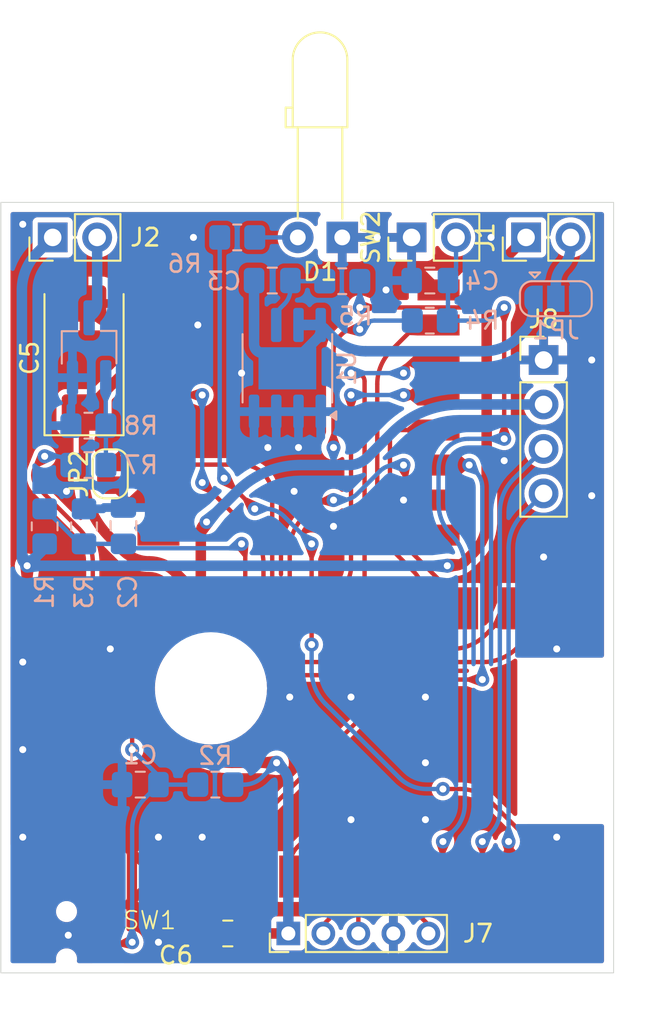
<source format=kicad_pcb>
(kicad_pcb (version 20240108) (generator "pcbnew") (generator_version "8.0")
  (layers (0 "F.Cu" signal) (31 "B.Cu" signal) (34 "B.Paste" user) (35 "F.Paste" user) (36 "B.SilkS" user "B.Silkscreen") (37 "F.SilkS" user "F.Silkscreen") (38 "B.Mask" user) (39 "F.Mask" user) (44 "Edge.Cuts" user))
  (net 0 "")
  (net 1 "/ADC_BATT")
  (net 2 "GND")
  (net 3 "-BATT")
  (net 4 "Net-(U1-VDD)")
  (net 5 "/DIO1")
  (net 6 "/MOSI")
  (net 7 "+BATT")
  (net 8 "/MISO")
  (net 9 "/RST")
  (net 10 "/SCK")
  (net 11 "/CS")
  (net 12 "/BUSY")
  (net 13 "+3.3V")
  (net 14 "/BTN_RST")
  (net 15 "/SCL")
  (net 16 "/BTN_USR")
  (net 17 "Net-(D1-A)")
  (net 18 "/SDA")
  (net 19 "/GPS_RX")
  (net 20 "Net-(JP1-A)")
  (net 21 "/LED_USR")
  (net 22 "Net-(T1-G)")
  (net 23 "/DIO2")
  (net 24 "/TXEN")
  (net 25 "/GPS_EN")
  (net 26 "/GPS_TX")
  (net 27 "/OUT_EXT")
  (net 28 "Net-(J2-Pin_2)")
  (net 29 "/RXEN")
  (footprint "SlotRa:SMD_Pad_Row_P2.54_13x1" (layer "F.Cu") (at 227.74 133.683331 -90)
    (property "Reference" "J3" (hide yes))
    (property "Value" "ControllerL")
  )
  (footprint "LED_THT:LED_D3.0mm_Horizontal_O6.35mm_Z10.0mm" (layer "F.Cu") (at 215.5 112.5 180)
    (property "Reference" "D1")
    (property "Value" "LED_White")
  )
  (footprint "Capacitor_SMD:C_0805_2012Metric_Pad1.18x1.45mm_HandSolder" (layer "F.Cu") (at 208.9625 152.25)
    (property "Reference" "C6")
    (property "Value" "100nF")
  )
  (footprint "Connector_PinHeader_2.54mm:PinHeader_1x04_P2.54mm_Vertical" (layer "F.Cu") (at 227 119.5)
    (property "Reference" "J8")
    (property "Value" "Conn_I2C")
  )
  (footprint "SlotRa:SMD_Pad_Row_P2.54_13x1" (layer "F.Cu") (at 227.74 149 -90)
    (property "Reference" "J5" (hide yes))
    (property "Value" "ControllerR")
  )
  (footprint "SlotRa:SMD_Pad_Row_P2.00_8x1_longer" (layer "F.Cu") (at 205 115.5)
    (property "Reference" "J4" (hide yes))
    (property "Value" "ModemL")
  )
  (footprint "SlotRa:KLS7-TS6335" (layer "F.Cu") (at 199.75 152.35)
    (property "Reference" "SW1")
    (property "Value" "ButRst")
  )
  (footprint "Capacitor_Tantalum_SMD:CP_EIA-7343-31_Kemet-D" (layer "F.Cu") (at 200.75 119.3875 90)
    (property "Reference" "C5")
    (property "Value" "100u 6.3V")
  )
  (footprint "Connector_PinHeader_2.54mm:PinHeader_1x02_P2.54mm_Vertical" (layer "F.Cu") (at 219.46 112.5 90)
    (property "Reference" "SW2")
    (property "Value" "ButUsr")
  )
  (footprint "Connector_PinHeader_2.00mm:PinHeader_1x05_P2.00mm_Vertical" (layer "F.Cu") (at 212.420001 152.25 90)
    (property "Reference" "J7")
    (property "Value" "Conn_GPS")
  )
  (footprint "Jumper:SolderJumper-2_P1.3mm_Open_RoundedPad1.0x1.5mm" (layer "F.Cu") (at 202.25 126 90)
    (property "Reference" "JP2")
    (property "Value" "JP-TX-DIO2")
  )
  (footprint "Connector_PinHeader_2.54mm:PinHeader_1x02_P2.54mm_Vertical" (layer "F.Cu") (at 226 112.5 90)
    (property "Reference" "J1")
    (property "Value" "PinsBatt")
  )
  (footprint "SlotRa:SMD_Pad_Row_P2.00_8x1" (layer "F.Cu") (at 221 115.5)
    (property "Reference" "J6" (hide yes))
    (property "Value" "ModemR")
  )
  (footprint "SlotRa:MountingHole_5.3mm_M5" (layer "F.Cu") (at 208 138.25)
    (property "Reference" "REF**" (hide yes))
    (property "Value" "MountingHole_5.3mm_M5" (hide yes))
  )
  (footprint "Connector_PinHeader_2.54mm:PinHeader_1x02_P2.54mm_Vertical" (layer "F.Cu") (at 198.96 112.499999 90)
    (property "Reference" "J2")
    (property "Value" "Conn_Out_Ext")
  )
  (footprint "Package_SO:SOIC-8-1EP_3.9x4.9mm_P1.27mm_EP2.41x3.3mm" (layer "B.Cu") (at 212.365 119.975 90)
    (property "Reference" "U1")
    (property "Value" "XB8089D0")
  )
  (footprint "Capacitor_SMD:C_0805_2012Metric_Pad1.18x1.45mm_HandSolder" (layer "B.Cu") (at 211.5 114.9625)
    (property "Reference" "C3")
    (property "Value" "100nF")
  )
  (footprint "Resistor_SMD:R_0805_2012Metric_Pad1.20x1.40mm_HandSolder" (layer "B.Cu") (at 220.5 117.25 180)
    (property "Reference" "R4")
    (property "Value" "10k")
  )
  (footprint "Capacitor_SMD:C_0805_2012Metric_Pad1.18x1.45mm_HandSolder" (layer "B.Cu") (at 203 128.9625 90)
    (property "Reference" "C2")
    (property "Value" "100nF")
  )
  (footprint "Resistor_SMD:R_0805_2012Metric_Pad1.20x1.40mm_HandSolder" (layer "B.Cu") (at 201 123.25)
    (property "Reference" "R8")
    (property "Value" "10k")
  )
  (footprint "Resistor_SMD:R_0805_2012Metric_Pad1.20x1.40mm_HandSolder" (layer "B.Cu") (at 201 125.5 180)
    (property "Reference" "R7")
    (property "Value" "100")
  )
  (footprint "Resistor_SMD:R_0805_2012Metric_Pad1.20x1.40mm_HandSolder" (layer "B.Cu") (at 209.5 112.5)
    (property "Reference" "R6")
    (property "Value" "270")
  )
  (footprint "Capacitor_SMD:C_0805_2012Metric_Pad1.18x1.45mm_HandSolder" (layer "B.Cu") (at 220.5 114.9625)
    (property "Reference" "C4")
    (property "Value" "100nF")
  )
  (footprint "Resistor_SMD:R_0805_2012Metric_Pad1.20x1.40mm_HandSolder" (layer "B.Cu") (at 198.5 129 90)
    (property "Reference" "R1")
    (property "Value" "1M")
  )
  (footprint "Resistor_SMD:R_0805_2012Metric_Pad1.20x1.40mm_HandSolder" (layer "B.Cu") (at 208.25 143.75 180)
    (property "Reference" "R2")
    (property "Value" "10k")
  )
  (footprint "Jumper:SolderJumper-3_P1.3mm_Open_RoundedPad1.0x1.5mm" (layer "B.Cu") (at 227.7 116)
    (property "Reference" "JP1")
    (property "Value" "JP-EnableProt")
  )
  (footprint "Resistor_SMD:R_0805_2012Metric_Pad1.20x1.40mm_HandSolder" (layer "B.Cu") (at 200.75 129 90)
    (property "Reference" "R3")
    (property "Value" "1.5M")
  )
  (footprint "SlotRa:TSOT-23_HandSoldering_Updated" (layer "B.Cu") (at 201.240002 118.799998 -90)
    (property "Reference" "T1" (hide yes))
    (property "Value" "SI2312")
  )
  (footprint "Capacitor_SMD:C_0805_2012Metric_Pad1.18x1.45mm_HandSolder" (layer "B.Cu") (at 203.9625 143.75 180)
    (property "Reference" "C1")
    (property "Value" "100nF")
  )
  (footprint "Resistor_SMD:R_0805_2012Metric_Pad1.20x1.40mm_HandSolder" (layer "B.Cu") (at 215.5 115)
    (property "Reference" "R5")
    (property "Value" "1k")
  )
  (gr_rect (start 196 110.5) (end 231 154.5) (stroke (width 0.05)) (fill none) (layer "Edge.Cuts"))
  (segment (start 209.854999 130.104999) (end 209.75 130) (width 0.25) (layer "F.Cu") (net 1))
  (segment (start 209.959999 130.35849) (end 209.959999 133.683331) (width 0.25) (layer "F.Cu") (net 1))
  (via (at 209.75 130) (size 0.8) (drill 0.4) (layers "F.Cu" "B.Cu") (net 1))
  (arc (start 209.854999 130.104999) (mid 209.93271 130.221301) (end 209.959999 130.35849) (width 0.25) (layer "F.Cu") (net 1))
  (segment (start 202.823223 130) (end 200.875 130) (width 0.25) (layer "B.Cu") (net 1))
  (segment (start 200.411611 129.911611) (end 198.5 128) (width 0.25) (layer "B.Cu") (net 1))
  (segment (start 203.426776 130.25) (end 209.323223 130.25) (width 0.25) (layer "B.Cu") (net 1))
  (segment (start 200.875 130) (end 200.625 130) (width 0.25) (layer "B.Cu") (net 1))
  (segment (start 209.75 130) (end 209.625 130.125) (width 0.25) (layer "B.Cu") (net 1))
  (arc (start 203.125 130.125) (mid 202.986543 130.032486) (end 202.823223 130) (width 0.25) (layer "B.Cu") (net 1))
  (arc (start 200.411611 129.911611) (mid 200.509514 129.977028) (end 200.625 130) (width 0.25) (layer "B.Cu") (net 1))
  (arc (start 203.125 130.125) (mid 203.263456 130.217513) (end 203.426776 130.25) (width 0.25) (layer "B.Cu") (net 1))
  (arc (start 209.625 130.125) (mid 209.486543 130.217513) (end 209.323223 130.25) (width 0.25) (layer "B.Cu") (net 1))
  (segment (start 202.25 133.83697) (end 202.25 136) (width 0.5) (layer "F.Cu") (net 2))
  (segment (start 198.398959 151.5) (end 197.375 151.5) (width 0.25) (layer "F.Cu") (net 2))
  (segment (start 201.30104 151.5) (end 202.125 151.5) (width 0.25) (layer "F.Cu") (net 2))
  (segment (start 199.85 152.35) (end 199.425 151.925) (width 0.25) (layer "F.Cu") (net 2))
  (segment (start 199.85 152.35) (end 200.275 151.925) (width 0.25) (layer "F.Cu") (net 2))
  (segment (start 202.841205 117.5) (end 205 117.5) (width 0.6) (layer "F.Cu") (net 2))
  (segment (start 220.7 129.5) (end 221 129.5) (width 0.25) (layer "F.Cu") (net 2))
  (segment (start 219 127.8) (end 219 127.5) (width 0.25) (layer "F.Cu") (net 2))
  (segment (start 207.25 117.5) (end 205 117.5) (width 0.6) (layer "F.Cu") (net 2))
  (segment (start 202.295 133.728331) (end 202.34 133.683331) (width 0.5) (layer "F.Cu") (net 2))
  (segment (start 201.3625 116.8875) (end 200.75 116.275) (width 0.6) (layer "F.Cu") (net 2))
  (segment (start 219.212132 128.312132) (end 220.187867 129.287867) (width 0.25) (layer "F.Cu") (net 2))
  (via (at 211.25 124.5) (size 0.8) (drill 0.4) (layers "F.Cu" "B.Cu") (net 2))
  (via (at 212.5 138.75) (size 0.8) (drill 0.4) (layers "F.Cu" "B.Cu") (net 2))
  (via (at 224.75 125.25) (size 0.8) (drill 0.4) (layers "F.Cu" "B.Cu") (net 2))
  (via (at 215 129) (size 0.8) (drill 0.4) (layers "F.Cu" "B.Cu") (net 2))
  (via (at 227.75 146.75) (size 0.8) (drill 0.4) (layers "F.Cu" "B.Cu") (net 2))
  (via (at 216 138.75) (size 0.8) (drill 0.4) (layers "F.Cu" "B.Cu") (net 2))
  (via (at 207 112.5) (size 0.8) (drill 0.4) (layers "F.Cu" "B.Cu") (net 2))
  (via (at 220.25 142.5) (size 0.8) (drill 0.4) (layers "F.Cu" "B.Cu") (net 2))
  (via (at 197.25 111.75) (size 0.8) (drill 0.4) (layers "F.Cu" "B.Cu") (net 2))
  (via (at 216 145.75) (size 0.8) (drill 0.4) (layers "F.Cu" "B.Cu") (net 2))
  (via (at 218 115.5) (size 0.8) (drill 0.4) (layers "F.Cu" "B.Cu") (net 2))
  (via (at 224 112.5) (size 0.8) (drill 0.4) (layers "F.Cu" "B.Cu") (net 2))
  (via (at 219 127.5) (size 0.8) (drill 0.4) (layers "F.Cu" "B.Cu") (net 2))
  (via (at 197.25 136.75) (size 0.8) (drill 0.4) (layers "F.Cu" "B.Cu") (net 2))
  (via (at 197.25 141.75) (size 0.8) (drill 0.4) (layers "F.Cu" "B.Cu") (net 2))
  (via (at 202.25 136.001) (size 0.8) (drill 0.4) (layers "F.Cu" "B.Cu") (net 2))
  (via (at 209.75 120.25) (size 0.8) (drill 0.4) (layers "F.Cu" "B.Cu") (net 2))
  (via (at 217.5 112.5) (size 0.8) (drill 0.4) (layers "F.Cu" "B.Cu") (net 2))
  (via (at 199.75 127) (size 0.8) (drill 0.4) (layers "F.Cu" "B.Cu") (net 2))
  (via (at 220.25 138.75) (size 0.8) (drill 0.4) (layers "F.Cu" "B.Cu") (net 2))
  (via (at 213 124.5) (size 0.8) (drill 0.4) (layers "F.Cu" "B.Cu") (net 2))
  (via (at 220.25 145.75) (size 0.8) (drill 0.4) (layers "F.Cu" "B.Cu") (net 2))
  (via (at 229.75 127.25) (size 0.8) (drill 0.4) (layers "F.Cu" "B.Cu") (net 2))
  (via (at 207.5 146.75) (size 0.8) (drill 0.4) (layers "F.Cu" "B.Cu") (net 2))
  (via (at 212.75 127) (size 0.8) (drill 0.4) (layers "F.Cu" "B.Cu") (net 2))
  (via (at 197.25 146.75) (size 0.8) (drill 0.4) (layers "F.Cu" "B.Cu") (net 2))
  (via (at 199.85 152.35) (size 0.8) (drill 0.4) (layers "F.Cu" "B.Cu") (net 2))
  (via (at 207.25 117.5) (size 0.8) (drill 0.4) (layers "F.Cu" "B.Cu") (net 2))
  (via (at 229.75 119.5) (size 0.8) (drill 0.4) (layers "F.Cu" "B.Cu") (net 2))
  (via (at 205 152.75) (size 0.8) (drill 0.4) (layers "F.Cu" "B.Cu") (net 2))
  (via (at 205 146.75) (size 0.8) (drill 0.4) (layers "F.Cu" "B.Cu") (net 2))
  (via (at 227.75 136) (size 0.8) (drill 0.4) (layers "F.Cu" "B.Cu") (net 2))
  (via (at 227 130.75) (size 0.8) (drill 0.4) (layers "F.Cu" "B.Cu") (net 2))
  (arc (start 201.30104 151.5) (mid 200.745751 151.610453) (end 200.275 151.925) (width 0.25) (layer "F.Cu") (net 2))
  (arc (start 202.295 133.728331) (mid 202.261695 133.778175) (end 202.25 133.83697) (width 0.5) (layer "F.Cu") (net 2))
  (arc (start 220.187867 129.287867) (mid 220.422835 129.444868) (end 220.7 129.5) (width 0.25) (layer "F.Cu") (net 2))
  (arc (start 201.3625 116.8875) (mid 202.040935 117.340816) (end 202.841205 117.5) (width 0.6) (layer "F.Cu") (net 2))
  (arc (start 219 127.8) (mid 219.055131 128.077163) (end 219.212132 128.312132) (width 0.25) (layer "F.Cu") (net 2))
  (arc (start 199.425 151.925) (mid 198.954248 151.610453) (end 198.398959 151.5) (width 0.25) (layer "F.Cu") (net 2))
  (segment (start 227.7 115.143969) (end 227.7 116) (width 0.6) (layer "B.Cu") (net 3))
  (segment (start 228.54 113.11603) (end 228.54 112.5) (width 0.6) (layer "B.Cu") (net 3))
  (arc (start 228.54 113.11603) (mid 228.430845 113.664786) (end 228.12 114.13) (width 0.6) (layer "B.Cu") (net 3))
  (arc (start 228.12 114.13) (mid 227.809154 114.595213) (end 227.7 115.143969) (width 0.6) (layer "B.Cu") (net 3))
  (segment (start 212.183946 116.316053) (end 211.988093 116.511906) (width 0.25) (layer "B.Cu") (net 4))
  (segment (start 211.73 117.135) (end 211.73 117.5) (width 0.25) (layer "B.Cu") (net 4))
  (segment (start 212.5375 115.4625) (end 212.5375 114.989016) (width 0.25) (layer "B.Cu") (net 4))
  (segment (start 212.601516 115) (end 214.5 115) (width 0.25) (layer "B.Cu") (net 4))
  (arc (start 212.55625 114.98125) (mid 212.54428 114.978868) (end 212.5375 114.989016) (width 0.25) (layer "B.Cu") (net 4))
  (arc (start 211.988093 116.511906) (mid 211.797076 116.797783) (end 211.73 117.135) (width 0.25) (layer "B.Cu") (net 4))
  (arc (start 212.55625 114.98125) (mid 212.577018 114.995127) (end 212.601516 115) (width 0.25) (layer "B.Cu") (net 4))
  (arc (start 212.5375 115.4625) (mid 212.445614 115.924439) (end 212.183946 116.316053) (width 0.25) (layer "B.Cu") (net 4))
  (segment (start 221.756349 136) (end 216.78033 136) (width 0.25) (layer "F.Cu") (net 5))
  (segment (start 205.0125 125.4875) (end 205 125.5) (width 0.25) (layer "F.Cu") (net 5))
  (segment (start 209.750215 125.475) (end 205.042677 125.475) (width 0.25) (layer "F.Cu") (net 5))
  (segment (start 223.680227 135.203103) (end 225.2 133.683331) (width 0.25) (layer "F.Cu") (net 5))
  (segment (start 211.5 127.224784) (end 211.5 135.042893) (width 0.25) (layer "F.Cu") (net 5))
  (segment (start 214.969669 136.75) (end 213.207106 136.75) (width 0.25) (layer "F.Cu") (net 5))
  (arc (start 216.78033 136) (mid 216.290368 136.097459) (end 215.875 136.375) (width 0.25) (layer "F.Cu") (net 5))
  (arc (start 210.9875 125.9875) (mid 211.366805 126.55517) (end 211.5 127.224784) (width 0.25) (layer "F.Cu") (net 5))
  (arc (start 211.5 135.042893) (mid 211.629945 135.696174) (end 212 136.25) (width 0.25) (layer "F.Cu") (net 5))
  (arc (start 205.042677 125.475) (mid 205.026345 125.478248) (end 205.0125 125.4875) (width 0.25) (layer "F.Cu") (net 5))
  (arc (start 210.9875 125.9875) (mid 210.419828 125.608194) (end 209.750215 125.475) (width 0.25) (layer "F.Cu") (net 5))
  (arc (start 215.875 136.375) (mid 215.45963 136.65254) (end 214.969669 136.75) (width 0.25) (layer "F.Cu") (net 5))
  (arc (start 223.680227 135.203103) (mid 222.797544 135.792893) (end 221.756349 136) (width 0.25) (layer "F.Cu") (net 5))
  (arc (start 212 136.25) (mid 212.553825 136.620054) (end 213.207106 136.75) (width 0.25) (layer "F.Cu") (net 5))
  (segment (start 219.853553 119.5) (end 221 119.5) (width 0.25) (layer "F.Cu") (net 6))
  (segment (start 217.1775 133.280831) (end 217.36669 133.470021) (width 0.25) (layer "F.Cu") (net 6))
  (segment (start 216.305545 120.25) (end 216 120.25) (width 0.25) (layer "F.Cu") (net 6))
  (segment (start 217.58 133.381665) (end 217.58 133.08) (width 0.25) (layer "F.Cu") (net 6))
  (segment (start 219 120.25) (end 219 120.5) (width 0.25) (layer "F.Cu") (net 6))
  (segment (start 219.176776 119.823223) (end 219.25 119.75) (width 0.25) (layer "F.Cu") (net 6))
  (segment (start 216.775 120.719454) (end 216.775 132.30911) (width 0.25) (layer "F.Cu") (net 6))
  (via (at 216 120.25) (size 0.8) (drill 0.4) (layers "F.Cu" "B.Cu") (net 6))
  (via (at 219 120.25) (size 0.8) (drill 0.4) (layers "F.Cu" "B.Cu") (net 6))
  (arc (start 216.6375 120.3875) (mid 216.739264 120.539801) (end 216.775 120.719454) (width 0.25) (layer "F.Cu") (net 6))
  (arc (start 219.176776 119.823223) (mid 219.045942 120.01903) (end 219 120.25) (width 0.25) (layer "F.Cu") (net 6))
  (arc (start 219.853553 119.5) (mid 219.526912 119.564972) (end 219.25 119.75) (width 0.25) (layer "F.Cu") (net 6))
  (arc (start 216.6375 120.3875) (mid 216.485197 120.285735) (end 216.305545 120.25) (width 0.25) (layer "F.Cu") (net 6))
  (arc (start 217.36669 133.470021) (mid 217.502863 133.497107) (end 217.58 133.381665) (width 0.25) (layer "F.Cu") (net 6))
  (arc (start 216.775 132.30911) (mid 216.879606 132.835001) (end 217.1775 133.280831) (width 0.25) (layer "F.Cu") (net 6))
  (segment (start 219 120.25) (end 216 120.25) (width 0.25) (layer "B.Cu") (net 6))
  (segment (start 223.75 116.073223) (end 223.75 115.5) (width 0.6) (layer "F.Cu") (net 7))
  (segment (start 197.5 133.273625) (end 197.5 131.25) (width 0.6) (layer "F.Cu") (net 7))
  (segment (start 222.515165 130.984834) (end 223 130.5) (width 0.6) (layer "F.Cu") (net 7))
  (segment (start 221.875 131.25) (end 221.5 131.25) (width 0.6) (layer "F.Cu") (net 7))
  (segment (start 223.323223 116.5) (end 216.5 116.5) (width 0.25) (layer "F.Cu") (net 7))
  (segment (start 223.75 116.426776) (end 223.75 128.689339) (width 0.6) (layer "F.Cu") (net 7))
  (segment (start 223.75 116.073223) (end 223.75 116.426776) (width 0.6) (layer "F.Cu") (net 7))
  (segment (start 224.28033 114.219669) (end 226 112.5) (width 0.6) (layer "F.Cu") (net 7))
  (segment (start 197.38 133.563331) (end 197.26 133.683331) (width 0.6) (layer "F.Cu") (net 7))
  (via (at 221.5 131.25) (size 0.8) (drill 0.4) (layers "F.Cu" "B.Cu") (net 7))
  (via (at 216.5 116.5) (size 0.8) (drill 0.4) (layers "F.Cu" "B.Cu") (net 7))
  (via (at 197.5 131.25) (size 0.8) (drill 0.4) (layers "F.Cu" "B.Cu") (net 7))
  (arc (start 223.625 116.375) (mid 223.486543 116.467513) (end 223.323223 116.5) (width 0.25) (layer "F.Cu") (net 7))
  (arc (start 223.75 116.426776) (mid 223.704798 116.359126) (end 223.625 116.375) (width 0.6) (layer "F.Cu") (net 7))
  (arc (start 223.75 128.689339) (mid 223.555081 129.669261) (end 223 130.5) (width 0.6) (layer "F.Cu") (net 7))
  (arc (start 223.625 116.375) (mid 223.717513 116.236543) (end 223.75 116.073223) (width 0.25) (layer "F.Cu") (net 7))
  (arc (start 197.5 133.273625) (mid 197.468813 133.430412) (end 197.38 133.563331) (width 0.6) (layer "F.Cu") (net 7))
  (arc (start 224.28033 114.219669) (mid 223.887828 114.80709) (end 223.75 115.5) (width 0.6) (layer "F.Cu") (net 7))
  (arc (start 222.515165 130.984834) (mid 222.221454 131.181085) (end 221.875 131.25) (width 0.6) (layer "F.Cu") (net 7))
  (segment (start 198.5 130.125) (end 198.5 130) (width 0.6) (layer "B.Cu") (net 7))
  (segment (start 198.08 113.379999) (end 198.96 112.499999) (width 0.6) (layer "B.Cu") (net 7))
  (segment (start 197.35 131.1) (end 197.5 131.25) (width 0.6) (layer "B.Cu") (net 7))
  (segment (start 221.5 131.25) (end 197.5 131.25) (width 0.6) (layer "B.Cu") (net 7))
  (segment (start 197.2 115.504506) (end 197.2 130.737867) (width 0.6) (layer "B.Cu") (net 7))
  (segment (start 216.5 116.5) (end 216.5 115) (width 0.25) (layer "B.Cu") (net 7))
  (segment (start 198.411611 130.338388) (end 197.5 131.25) (width 0.6) (layer "B.Cu") (net 7))
  (arc (start 198.08 113.379999) (mid 197.428704 114.354731) (end 197.2 115.504506) (width 0.6) (layer "B.Cu") (net 7))
  (arc (start 197.2 130.737867) (mid 197.238983 130.933852) (end 197.35 131.1) (width 0.6) (layer "B.Cu") (net 7))
  (arc (start 198.5 130.125) (mid 198.477028 130.240484) (end 198.411611 130.338388) (width 0.6) (layer "B.Cu") (net 7))
  (segment (start 216 131.321177) (end 216 121.5) (width 0.25) (layer "F.Cu") (net 8))
  (segment (start 215.519999 132.479999) (end 215.295736 132.704263) (width 0.25) (layer "F.Cu") (net 8))
  (segment (start 215.04 133.321665) (end 215.04 133.683331) (width 0.25) (layer "F.Cu") (net 8))
  (segment (start 219 121.5) (end 221 121.5) (width 0.25) (layer "F.Cu") (net 8))
  (via (at 216 121.5) (size 0.8) (drill 0.4) (layers "F.Cu" "B.Cu") (net 8))
  (via (at 219 121.5) (size 0.8) (drill 0.4) (layers "F.Cu" "B.Cu") (net 8))
  (arc (start 216 131.321177) (mid 215.875251 131.948327) (end 215.519999 132.479999) (width 0.25) (layer "F.Cu") (net 8))
  (arc (start 215.295736 132.704263) (mid 215.106463 132.987529) (end 215.04 133.321665) (width 0.25) (layer "F.Cu") (net 8))
  (segment (start 219 121.5) (end 216 121.5) (width 0.25) (layer "B.Cu") (net 8))
  (segment (start 225.470227 135.953103) (end 227.74 133.683331) (width 0.25) (layer "F.Cu") (net 9))
  (segment (start 207.5 121.5) (end 205 121.5) (width 0.25) (layer "F.Cu") (net 9))
  (segment (start 210.203103 129.203103) (end 207.5 126.5) (width 0.25) (layer "F.Cu") (net 9))
  (segment (start 212.707106 137.5) (end 215.219669 137.5) (width 0.25) (layer "F.Cu") (net 9))
  (segment (start 211 131.126981) (end 211 135.792893) (width 0.25) (layer "F.Cu") (net 9))
  (segment (start 223.546349 136.75) (end 217.03033 136.75) (width 0.25) (layer "F.Cu") (net 9))
  (via (at 207.5 126.5) (size 0.8) (drill 0.4) (layers "F.Cu" "B.Cu") (net 9))
  (via (at 207.5 121.5) (size 0.8) (drill 0.4) (layers "F.Cu" "B.Cu") (net 9))
  (arc (start 211.5 137) (mid 212.053825 137.370054) (end 212.707106 137.5) (width 0.25) (layer "F.Cu") (net 9))
  (arc (start 210.203103 129.203103) (mid 210.792893 130.085786) (end 211 131.126981) (width 0.25) (layer "F.Cu") (net 9))
  (arc (start 217.03033 136.75) (mid 216.540368 136.847459) (end 216.125 137.125) (width 0.25) (layer "F.Cu") (net 9))
  (arc (start 225.470227 135.953103) (mid 224.587544 136.542893) (end 223.546349 136.75) (width 0.25) (layer "F.Cu") (net 9))
  (arc (start 216.125 137.125) (mid 215.70963 137.40254) (end 215.219669 137.5) (width 0.25) (layer "F.Cu") (net 9))
  (arc (start 211 135.792893) (mid 211.129945 136.446174) (end 211.5 137) (width 0.25) (layer "F.Cu") (net 9))
  (segment (start 207.5 126.5) (end 207.5 121.5) (width 0.25) (layer "B.Cu") (net 9))
  (segment (start 219.021896 130.045226) (end 222.660001 133.683331) (width 0.25) (layer "F.Cu") (net 10))
  (segment (start 218.694454 123.5) (end 221 123.5) (width 0.25) (layer "F.Cu") (net 10))
  (segment (start 218.225 123.969454) (end 218.225 128.121348) (width 0.25) (layer "F.Cu") (net 10))
  (arc (start 218.225 128.121348) (mid 218.432106 129.162543) (end 219.021896 130.045226) (width 0.25) (layer "F.Cu") (net 10))
  (arc (start 218.694454 123.5) (mid 218.514801 123.535735) (end 218.3625 123.6375) (width 0.25) (layer "F.Cu") (net 10))
  (arc (start 218.3625 123.6375) (mid 218.260735 123.789801) (end 218.225 123.969454) (width 0.25) (layer "F.Cu") (net 10))
  (segment (start 218.296896 118.953103) (end 219.308058 117.941941) (width 0.25) (layer "F.Cu") (net 11))
  (segment (start 220.375 117.5) (end 221 117.5) (width 0.25) (layer "F.Cu") (net 11))
  (segment (start 220.12 132.901665) (end 220.12 133.683331) (width 0.25) (layer "F.Cu") (net 11))
  (segment (start 217.5 120.876981) (end 217.5 128.373018) (width 0.25) (layer "F.Cu") (net 11))
  (segment (start 219.567279 131.567279) (end 218.296896 130.296896) (width 0.25) (layer "F.Cu") (net 11))
  (arc (start 220.375 117.5) (mid 219.797575 117.614856) (end 219.308058 117.941941) (width 0.25) (layer "F.Cu") (net 11))
  (arc (start 218.296896 118.953103) (mid 217.707106 119.835786) (end 217.5 120.876981) (width 0.25) (layer "F.Cu") (net 11))
  (arc (start 219.567279 131.567279) (mid 219.976352 132.1795) (end 220.12 132.901665) (width 0.25) (layer "F.Cu") (net 11))
  (arc (start 217.5 128.373018) (mid 217.707106 129.414213) (end 218.296896 130.296896) (width 0.25) (layer "F.Cu") (net 11))
  (segment (start 219 125.8) (end 219 125.5) (width 0.25) (layer "F.Cu") (net 12))
  (segment (start 219.212132 126.312132) (end 220.187867 127.287867) (width 0.25) (layer "F.Cu") (net 12))
  (segment (start 220.7 127.5) (end 221 127.5) (width 0.25) (layer "F.Cu") (net 12))
  (segment (start 212.5 130.376981) (end 212.5 133.683331) (width 0.25) (layer "F.Cu") (net 12))
  (segment (start 215 127.5) (end 214.625 127.5) (width 0.25) (layer "F.Cu") (net 12))
  (segment (start 213.984834 127.765164) (end 213.296896 128.453103) (width 0.25) (layer "F.Cu") (net 12))
  (via (at 215 127.5) (size 0.8) (drill 0.4) (layers "F.Cu" "B.Cu") (net 12))
  (via (at 219 125.5) (size 0.8) (drill 0.4) (layers "F.Cu" "B.Cu") (net 12))
  (arc (start 220.187867 127.287867) (mid 220.422835 127.444868) (end 220.7 127.5) (width 0.25) (layer "F.Cu") (net 12))
  (arc (start 214.625 127.5) (mid 214.278544 127.568913) (end 213.984834 127.765164) (width 0.25) (layer "F.Cu") (net 12))
  (arc (start 213.296896 128.453103) (mid 212.707106 129.335786) (end 212.5 130.376981) (width 0.25) (layer "F.Cu") (net 12))
  (arc (start 219 125.8) (mid 219.055131 126.077163) (end 219.212132 126.312132) (width 0.25) (layer "F.Cu") (net 12))
  (segment (start 216.353553 127.146446) (end 217.646446 125.853553) (width 0.25) (layer "B.Cu") (net 12))
  (segment (start 215 127.5) (end 215.5 127.5) (width 0.25) (layer "B.Cu") (net 12))
  (segment (start 219 125.5) (end 218.5 125.5) (width 0.25) (layer "B.Cu") (net 12))
  (arc (start 218.5 125.5) (mid 218.03806 125.591885) (end 217.646446 125.853553) (width 0.25) (layer "B.Cu") (net 12))
  (arc (start 216.353553 127.146446) (mid 215.961939 127.408114) (end 215.5 127.5) (width 0.25) (layer "B.Cu") (net 12))
  (segment (start 216.125 117.75) (end 216.5 117.75) (width 0.25) (layer "F.Cu") (net 13))
  (segment (start 215.374999 118.124999) (end 215.484834 118.015165) (width 0.25) (layer "F.Cu") (net 13))
  (segment (start 204.375 119.5) (end 205 119.5) (width 0.6) (layer "F.Cu") (net 13))
  (segment (start 207.207867 132.871198) (end 205.950674 131.614005) (width 0.6) (layer "F.Cu") (net 13))
  (segment (start 200.75 126.134745) (end 200.75 122.5) (width 0.6) (layer "F.Cu") (net 13))
  (segment (start 202.175 129.575) (end 202.985994 130.385994) (width 0.6) (layer "F.Cu") (net 13))
  (segment (start 212.420001 152.25) (end 210 152.25) (width 0.6) (layer "F.Cu") (net 13))
  (segment (start 205.542921 135.744559) (end 207.354892 133.932589) (width 0.6) (layer "F.Cu") (net 13))
  (segment (start 207.42 133.591255) (end 207.42 133.775406) (width 0.6) (layer "F.Cu") (net 13))
  (segment (start 209.196401 142.5) (end 211.75 142.5) (width 0.6) (layer "F.Cu") (net 13))
  (segment (start 205.873686 141.123686) (end 205.542922 140.792922) (width 0.6) (layer "F.Cu") (net 13))
  (segment (start 207.75 128.75) (end 207.585 128.915) (width 0.6) (layer "F.Cu") (net 13))
  (segment (start 207.42 133.383331) (end 207.42 133.591255) (width 0.6) (layer "F.Cu") (net 13))
  (segment (start 215 119.03033) (end 215 124.501) (width 0.25) (layer "F.Cu") (net 13))
  (segment (start 207.42 133.591255) (end 207.42 129.313345) (width 0.6) (layer "F.Cu") (net 13))
  (segment (start 200.75 122.5) (end 203.308058 119.941941) (width 0.6) (layer "F.Cu") (net 13))
  (segment (start 207.42 133.775406) (end 207.42 133.591255) (width 0.6) (layer "F.Cu") (net 13))
  (via (at 211.75 142.5) (size 0.8) (drill 0.4) (layers "F.Cu" "B.Cu") (net 13))
  (via (at 215 124.5) (size 0.8) (drill 0.4) (layers "F.Cu" "B.Cu") (net 13))
  (via (at 207.75 128.75) (size 0.8) (drill 0.4) (layers "F.Cu" "B.Cu") (net 13))
  (via (at 216.5 117.75) (size 0.8) (drill 0.4) (layers "F.Cu" "B.Cu") (net 13))
  (arc (start 216.125 117.75) (mid 215.778544 117.818914) (end 215.484834 118.015165) (width 0.25) (layer "F.Cu") (net 13))
  (arc (start 205.950674 131.614005) (mid 205.27057 131.159574) (end 204.468334 131) (width 0.6) (layer "F.Cu") (net 13))
  (arc (start 207.585 128.915) (mid 207.462882 129.097762) (end 207.42 129.313345) (width 0.6) (layer "F.Cu") (net 13))
  (arc (start 200.75 126.134745) (mid 201.120345 127.996597) (end 202.175 129.575) (width 0.6) (layer "F.Cu") (net 13))
  (arc (start 215.374999 118.124999) (mid 215.097459 118.540368) (end 215 119.03033) (width 0.25) (layer "F.Cu") (net 13))
  (arc (start 204.375 119.5) (mid 203.797575 119.614856) (end 203.308058 119.941941) (width 0.6) (layer "F.Cu") (net 13))
  (arc (start 202.985994 130.385994) (mid 203.666097 130.840425) (end 204.468334 131) (width 0.6) (layer "F.Cu") (net 13))
  (arc (start 207.42 133.591255) (mid 207.42 133.591255) (end 207.42 133.591255) (width 0.6) (layer "F.Cu") (net 13))
  (arc (start 207.42 133.775406) (mid 207.403078 133.860472) (end 207.354892 133.932589) (width 0.6) (layer "F.Cu") (net 13))
  (arc (start 204.497372 138.268741) (mid 204.769101 139.634817) (end 205.542922 140.792922) (width 0.6) (layer "F.Cu") (net 13))
  (arc (start 205.873686 141.123686) (mid 207.39816 142.142307) (end 209.196401 142.5) (width 0.6) (layer "F.Cu") (net 13))
  (arc (start 207.207867 132.871198) (mid 207.364868 133.106166) (end 207.42 133.383331) (width 0.6) (layer "F.Cu") (net 13))
  (arc (start 205.542921 135.744559) (mid 204.769101 136.902663) (end 204.497372 138.268741) (width 0.6) (layer "F.Cu") (net 13))
  (segment (start 216.941941 125.058058) (end 218.366207 123.633792) (width 0.6) (layer "B.Cu") (net 13))
  (segment (start 217.353553 117.25) (end 219.5 117.25) (width 0.25) (layer "B.Cu") (net 13))
  (segment (start 211.75 142.5) (end 210.941941 143.308058) (width 0.25) (layer "B.Cu") (net 13))
  (segment (start 222.213963 122.04) (end 227 122.04) (width 0.6) (layer "B.Cu") (net 13))
  (segment (start 212.085 142.835) (end 211.75 142.5) (width 0.6) (layer "B.Cu") (net 13))
  (segment (start 213.125 125.5) (end 214.625 125.5) (width 0.6) (layer "B.Cu") (net 13))
  (segment (start 212.420001 143.643763) (end 212.420001 151.75) (width 0.6) (layer "B.Cu") (net 13))
  (segment (start 207.75 128.75) (end 209.497398 127.002601) (width 0.6) (layer "B.Cu") (net 13))
  (segment (start 216.5 117.75) (end 216.75 117.5) (width 0.25) (layer "B.Cu") (net 13))
  (segment (start 215 124.5) (end 215 125.5) (width 0.25) (layer "B.Cu") (net 13))
  (segment (start 215.875 125.5) (end 214.625 125.5) (width 0.6) (layer "B.Cu") (net 13))
  (segment (start 209.875 143.75) (end 209.25 143.75) (width 0.25) (layer "B.Cu") (net 13))
  (arc (start 210.941941 143.308058) (mid 210.452424 143.635143) (end 209.875 143.75) (width 0.25) (layer "B.Cu") (net 13))
  (arc (start 212.085 142.835) (mid 212.332937 143.206063) (end 212.420001 143.643763) (width 0.6) (layer "B.Cu") (net 13))
  (arc (start 222.213963 122.04) (mid 220.131572 122.454213) (end 218.366207 123.633792) (width 0.6) (layer "B.Cu") (net 13))
  (arc (start 217.353553 117.25) (mid 217.026912 117.314972) (end 216.75 117.5) (width 0.25) (layer "B.Cu") (net 13))
  (arc (start 216.941941 125.058058) (mid 216.452424 125.385143) (end 215.875 125.5) (width 0.6) (layer "B.Cu") (net 13))
  (arc (start 213.125 125.5) (mid 211.161755 125.890513) (end 209.497398 127.002601) (width 0.6) (layer "B.Cu") (net 13))
  (segment (start 202.3 153.025) (end 202.125 153.2) (width 0.25) (layer "F.Cu") (net 14))
  (segment (start 204.19 134.373331) (end 204.88 133.683331) (width 0.25) (layer "F.Cu") (net 14))
  (segment (start 203.5 141.75) (end 203.5 136.039138) (width 0.25) (layer "F.Cu") (net 14))
  (segment (start 202.722487 152.85) (end 203.5 152.85) (width 0.25) (layer "F.Cu") (net 14))
  (via (at 203.5 141.75) (size 0.8) (drill 0.4) (layers "F.Cu" "B.Cu") (net 14))
  (via (at 203.5 152.75) (size 0.8) (drill 0.4) (layers "F.Cu" "B.Cu") (net 14))
  (arc (start 204.19 134.373331) (mid 203.679325 135.137609) (end 203.5 136.039138) (width 0.25) (layer "F.Cu") (net 14))
  (arc (start 202.722487 152.85) (mid 202.493838 152.895481) (end 202.3 153.025) (width 0.25) (layer "F.Cu") (net 14))
  (segment (start 203.5 141.75) (end 204.823223 143.073223) (width 0.25) (layer "B.Cu") (net 14))
  (segment (start 205.25 143.75) (end 207.25 143.75) (width 0.25) (layer "B.Cu") (net 14))
  (segment (start 203.5 152.75) (end 203.5 146.31066) (width 0.25) (layer "B.Cu") (net 14))
  (segment (start 204.823223 143.926776) (end 204.25 144.5) (width 0.25) (layer "B.Cu") (net 14))
  (arc (start 205 143.5) (mid 205.073223 143.676776) (end 205.25 143.75) (width 0.25) (layer "B.Cu") (net 14))
  (arc (start 205.25 143.75) (mid 205.01903 143.795942) (end 204.823223 143.926776) (width 0.25) (layer "B.Cu") (net 14))
  (arc (start 204.823223 143.926776) (mid 204.954057 143.730969) (end 205 143.5) (width 0.25) (layer "B.Cu") (net 14))
  (arc (start 204.823223 143.073223) (mid 204.954057 143.26903) (end 205 143.5) (width 0.25) (layer "B.Cu") (net 14))
  (arc (start 204.25 144.5) (mid 203.694918 145.330737) (end 203.5 146.31066) (width 0.25) (layer "B.Cu") (net 14))
  (segment (start 223.5 147) (end 223.5 147.58) (width 0.25) (layer "F.Cu") (net 15))
  (segment (start 223.089877 148.570123) (end 222.660001 149) (width 0.25) (layer "F.Cu") (net 15))
  (via (at 223.5 147) (size 0.8) (drill 0.4) (layers "F.Cu" "B.Cu") (net 15))
  (arc (start 223.5 147.58) (mid 223.393412 148.11585) (end 223.089877 148.570123) (width 0.25) (layer "F.Cu") (net 15))
  (segment (start 225.296896 126.283103) (end 227 124.58) (width 0.25) (layer "B.Cu") (net 15))
  (segment (start 224.5 128.206981) (end 224.5 145.292893) (width 0.25) (layer "B.Cu") (net 15))
  (segment (start 223.5 147) (end 224 146.5) (width 0.25) (layer "B.Cu") (net 15))
  (arc (start 224.5 145.292893) (mid 224.370054 145.946174) (end 224 146.5) (width 0.25) (layer "B.Cu") (net 15))
  (arc (start 225.296896 126.283103) (mid 224.707106 127.165786) (end 224.5 128.206981) (width 0.25) (layer "B.Cu") (net 15))
  (segment (start 220.942408 148.177591) (end 220.12 149) (width 0.25) (layer "F.Cu") (net 16))
  (segment (start 224.75 116.5) (end 224.75 124) (width 0.25) (layer "F.Cu") (net 16))
  (segment (start 221.25 147.435) (end 221.25 147) (width 0.25) (layer "F.Cu") (net 16))
  (via (at 224.75 116.5) (size 0.8) (drill 0.4) (layers "F.Cu" "B.Cu") (net 16))
  (via (at 221.25 147) (size 0.8) (drill 0.4) (layers "F.Cu" "B.Cu") (net 16))
  (via (at 224.75 124) (size 0.8) (drill 0.4) (layers "F.Cu" "B.Cu") (net 16))
  (arc (start 221.25 147.435) (mid 221.170059 147.836887) (end 220.942408 148.177591) (width 0.25) (layer "F.Cu") (net 16))
  (segment (start 221.25 147) (end 221.875 146.375) (width 0.25) (layer "B.Cu") (net 16))
  (segment (start 221 125.707106) (end 221 127.689339) (width 0.25) (layer "B.Cu") (net 16))
  (segment (start 222.5 131.31066) (end 222.5 144.866116) (width 0.25) (layer "B.Cu") (net 16))
  (segment (start 223.469669 117.25) (end 221.526516 117.25) (width 0.25) (layer "B.Cu") (net 16))
  (segment (start 222 114.172963) (end 222 112.5) (width 0.25) (layer "B.Cu") (net 16))
  (segment (start 224.375 116.875) (end 224.75 116.5) (width 0.25) (layer "B.Cu") (net 16))
  (segment (start 222.707106 124) (end 224.75 124) (width 0.25) (layer "B.Cu") (net 16))
  (segment (start 221.5375 117.185983) (end 221.5375 115.289536) (width 0.25) (layer "B.Cu") (net 16))
  (arc (start 222.5 144.866116) (mid 222.337567 145.682718) (end 221.875 146.375) (width 0.25) (layer "B.Cu") (net 16))
  (arc (start 221.5 124.5) (mid 221.129945 125.053825) (end 221 125.707106) (width 0.25) (layer "B.Cu") (net 16))
  (arc (start 224.375 116.875) (mid 223.95963 117.15254) (end 223.469669 117.25) (width 0.25) (layer "B.Cu") (net 16))
  (arc (start 221.75 129.5) (mid 222.305081 130.330737) (end 222.5 131.31066) (width 0.25) (layer "B.Cu") (net 16))
  (arc (start 221.5375 117.185983) (mid 221.532627 117.210481) (end 221.51875 117.23125) (width 0.25) (layer "B.Cu") (net 16))
  (arc (start 222 114.172963) (mid 221.9399 114.475105) (end 221.76875 114.73125) (width 0.25) (layer "B.Cu") (net 16))
  (arc (start 221.76875 114.73125) (mid 221.597599 114.987393) (end 221.5375 115.289536) (width 0.25) (layer "B.Cu") (net 16))
  (arc (start 221.51875 117.23125) (mid 221.516368 117.243219) (end 221.526516 117.25) (width 0.25) (layer "B.Cu") (net 16))
  (arc (start 221 127.689339) (mid 221.194918 128.669261) (end 221.75 129.5) (width 0.25) (layer "B.Cu") (net 16))
  (arc (start 222.707106 124) (mid 222.053825 124.129945) (end 221.5 124.5) (width 0.25) (layer "B.Cu") (net 16))
  (segment (start 212.96 112.5) (end 210.5 112.5) (width 0.25) (layer "B.Cu") (net 17))
  (segment (start 225 147) (end 225 148.658578) (width 0.25) (layer "F.Cu") (net 18))
  (segment (start 225.1 148.9) (end 225.2 149) (width 0.25) (layer "F.Cu") (net 18))
  (via (at 225 147) (size 0.8) (drill 0.4) (layers "F.Cu" "B.Cu") (net 18))
  (arc (start 225 148.658578) (mid 225.025989 148.789234) (end 225.1 148.9) (width 0.25) (layer "F.Cu") (net 18))
  (segment (start 225 147) (end 225 130.246981) (width 0.25) (layer "B.Cu") (net 18))
  (segment (start 225.796896 128.323103) (end 227 127.12) (width 0.25) (layer "B.Cu") (net 18))
  (arc (start 225.796896 128.323103) (mid 225.207106 129.205786) (end 225 130.246981) (width 0.25) (layer "B.Cu") (net 18))
  (segment (start 212.941941 147.308057) (end 213.131281 147.118718) (width 0.25) (layer "F.Cu") (net 19))
  (segment (start 214.849461 146.5) (end 214.625 146.5) (width 0.25) (layer "F.Cu") (net 19))
  (segment (start 216.420001 152.129791) (end 216.420001 148.070539) (width 0.25) (layer "F.Cu") (net 19))
  (segment (start 212.5 148.375) (end 212.5 149) (width 0.25) (layer "F.Cu") (net 19))
  (segment (start 216.335 152.164999) (end 216.25 152.079999) (width 0.25) (layer "F.Cu") (net 19))
  (arc (start 215.96 146.96) (mid 216.30045 147.469519) (end 216.420001 148.070539) (width 0.25) (layer "F.Cu") (net 19))
  (arc (start 215.96 146.96) (mid 215.45048 146.61955) (end 214.849461 146.5) (width 0.25) (layer "F.Cu") (net 19))
  (arc (start 214.625 146.5) (mid 213.816605 146.660799) (end 213.131281 147.118718) (width 0.25) (layer "F.Cu") (net 19))
  (arc (start 212.941941 147.308057) (mid 212.614856 147.797574) (end 212.5 148.375) (width 0.25) (layer "F.Cu") (net 19))
  (arc (start 216.335 152.164999) (mid 216.389263 152.175792) (end 216.420001 152.129791) (width 0.25) (layer "F.Cu") (net 19))
  (segment (start 211.860927 119.470927) (end 211.93 119.54) (width 0.6) (layer "B.Cu") (net 20))
  (segment (start 226.4 116.675) (end 226.4 116) (width 0.6) (layer "B.Cu") (net 20))
  (segment (start 213.98 117.5) (end 213.985 117.5) (width 0.6) (layer "B.Cu") (net 20))
  (segment (start 210.46 117.5) (end 210.46 118.5875) (width 0.6) (layer "B.Cu") (net 20))
  (segment (start 210.46 114.966767) (end 210.46 117.5) (width 0.6) (layer "B.Cu") (net 20))
  (segment (start 223.583273 119) (end 216.83066 119) (width 0.6) (layer "B.Cu") (net 20))
  (segment (start 210.46125 114.96375) (end 210.4625 114.9625) (width 0.6) (layer "B.Cu") (net 20))
  (segment (start 212.799999 119.539999) (end 214.068474 118.271525) (width 0.6) (layer "B.Cu") (net 20))
  (segment (start 213.98 117.5) (end 213.4 117.5) (width 0.6) (layer "B.Cu") (net 20))
  (segment (start 225.574999 118.174999) (end 225.922702 117.827297) (width 0.6) (layer "B.Cu") (net 20))
  (segment (start 215.02 118.25) (end 214.471525 117.701525) (width 0.6) (layer "B.Cu") (net 20))
  (segment (start 213.4 117.5) (end 213 117.5) (width 0.6) (layer "B.Cu") (net 20))
  (arc (start 215.02 118.25) (mid 215.850737 118.805081) (end 216.83066 119) (width 0.6) (layer "B.Cu") (net 20))
  (arc (start 210.46 118.5875) (mid 210.611572 118.953427) (end 210.9775 119.105) (width 0.6) (layer "B.Cu") (net 20))
  (arc (start 211.860927 119.470927) (mid 211.455607 119.200101) (end 210.9775 119.105) (width 0.6) (layer "B.Cu") (net 20))
  (arc (start 214.27 117.785) (mid 214.186525 117.583474) (end 213.985 117.5) (width 0.6) (layer "B.Cu") (net 20))
  (arc (start 210.46125 114.96375) (mid 210.460324 114.965134) (end 210.46 114.966767) (width 0.6) (layer "B.Cu") (net 20))
  (arc (start 213.985 117.5) (mid 214.248305 117.552374) (end 214.471525 117.701525) (width 0.6) (layer "B.Cu") (net 20))
  (arc (start 226.4 116.675) (mid 226.275954 117.298618) (end 225.922702 117.827297) (width 0.6) (layer "B.Cu") (net 20))
  (arc (start 214.27 117.785) (mid 214.217625 118.048305) (end 214.068474 118.271525) (width 0.6) (layer "B.Cu") (net 20))
  (arc (start 225.574999 118.174999) (mid 224.661187 118.785589) (end 223.583273 119) (width 0.6) (layer "B.Cu") (net 20))
  (arc (start 211.93 119.54) (mid 212.364999 119.720182) (end 212.799999 119.539999) (width 0.6) (layer "B.Cu") (net 20))
  (arc (start 214.471525 117.701525) (mid 214.342874 117.675935) (end 214.27 117.785) (width 0.6) (layer "B.Cu") (net 20))
  (segment (start 210.5 128) (end 208.75 126.25) (width 0.25) (layer "F.Cu") (net 21))
  (segment (start 221.25 144) (end 222.25 144) (width 0.25) (layer "F.Cu") (net 21))
  (segment (start 213.75 135.75) (end 213.75 130) (width 0.25) (layer "F.Cu") (net 21))
  (segment (start 227.74 148.745) (end 227.74 149) (width 0.25) (layer "F.Cu") (net 21))
  (segment (start 227.559687 148.309687) (end 223.957106 144.707106) (width 0.25) (layer "F.Cu") (net 21))
  (via (at 221.25 144) (size 0.8) (drill 0.4) (layers "F.Cu" "B.Cu") (net 21))
  (via (at 213.75 130) (size 0.8) (drill 0.4) (layers "F.Cu" "B.Cu") (net 21))
  (via (at 210.5 128) (size 0.8) (drill 0.4) (layers "F.Cu" "B.Cu") (net 21))
  (via (at 213.75 135.75) (size 0.8) (drill 0.4) (layers "F.Cu" "B.Cu") (net 21))
  (via (at 208.75 126.25) (size 0.8) (drill 0.4) (layers "F.Cu" "B.Cu") (net 21))
  (arc (start 227.559687 148.309687) (mid 227.693138 148.50941) (end 227.74 148.745) (width 0.25) (layer "F.Cu") (net 21))
  (arc (start 223.957106 144.707106) (mid 223.173879 144.18377) (end 222.25 144) (width 0.25) (layer "F.Cu") (net 21))
  (segment (start 220.326992 144) (end 221.25 144) (width 0.25) (layer "B.Cu") (net 21))
  (segment (start 213.75 130) (end 212.191941 128.441941) (width 0.25) (layer "B.Cu") (net 21))
  (segment (start 213.75 137.219034) (end 213.75 135.75) (width 0.25) (layer "B.Cu") (net 21))
  (segment (start 208.625 126.125) (end 208.75 126.25) (width 0.25) (layer "B.Cu") (net 21))
  (segment (start 210.5 128) (end 211.125 128) (width 0.25) (layer "B.Cu") (net 21))
  (segment (start 208.5 125.823223) (end 208.5 112.5) (width 0.25) (layer "B.Cu") (net 21))
  (segment (start 214.546896 139.142912) (end 218.751318 143.347334) (width 0.25) (layer "B.Cu") (net 21))
  (arc (start 213.75 137.219034) (mid 213.957106 138.260229) (end 214.546896 139.142912) (width 0.25) (layer "B.Cu") (net 21))
  (arc (start 212.191941 128.441941) (mid 211.702424 128.114856) (end 211.125 128) (width 0.25) (layer "B.Cu") (net 21))
  (arc (start 208.5 125.823223) (mid 208.532486 125.986543) (end 208.625 126.125) (width 0.25) (layer "B.Cu") (net 21))
  (arc (start 218.751318 143.347334) (mid 219.474243 143.830377) (end 220.326992 144) (width 0.25) (layer "B.Cu") (net 21))
  (segment (start 201.990002 123.232932) (end 201.990002 120.509999) (width 0.25) (layer "B.Cu") (net 22))
  (segment (start 202 123.257069) (end 202 125.5) (width 0.25) (layer "B.Cu") (net 22))
  (arc (start 201.995001 123.245001) (mid 201.9987 123.250537) (end 202 123.257069) (width 0.25) (layer "B.Cu") (net 22))
  (arc (start 201.990002 123.232932) (mid 201.991301 123.239463) (end 201.995001 123.245001) (width 0.25) (layer "B.Cu") (net 22))
  (segment (start 203.701042 127.5) (end 205 127.5) (width 0.25) (layer "F.Cu") (net 23))
  (segment (start 202.675 127.074999) (end 202.25 126.649999) (width 0.25) (layer "F.Cu") (net 23))
  (arc (start 202.675 127.074999) (mid 203.145752 127.389545) (end 203.701042 127.5) (width 0.25) (layer "F.Cu") (net 23))
  (segment (start 204.55 123.5) (end 205 123.5) (width 0.25) (layer "F.Cu") (net 24))
  (segment (start 203.781803 123.818197) (end 202.25 125.350001) (width 0.25) (layer "F.Cu") (net 24))
  (arc (start 204.55 123.5) (mid 204.134254 123.582696) (end 203.781803 123.818197) (width 0.25) (layer "F.Cu") (net 24))
  (segment (start 217.625 149) (end 217.58 149) (width 0.25) (layer "F.Cu") (net 25))
  (segment (start 217.701821 149.03182) (end 220.420001 151.75) (width 0.25) (layer "F.Cu") (net 25))
  (arc (start 217.701821 149.03182) (mid 217.666575 149.008269) (end 217.625 149) (width 0.25) (layer "F.Cu") (net 25))
  (segment (start 215.04 150.691595) (end 215.04 149.028284) (width 0.25) (layer "F.Cu") (net 26))
  (segment (start 214.73 151.44) (end 214.420001 151.75) (width 0.25) (layer "F.Cu") (net 26))
  (segment (start 215.02 148.98) (end 215 148.96) (width 0.25) (layer "F.Cu") (net 26))
  (arc (start 215.04 150.691595) (mid 214.959433 151.096629) (end 214.73 151.44) (width 0.25) (layer "F.Cu") (net 26))
  (arc (start 215.02 148.98) (mid 215.034802 149.002152) (end 215.04 149.028284) (width 0.25) (layer "F.Cu") (net 26))
  (segment (start 201.795 148.455) (end 202.34 149) (width 0.25) (layer "F.Cu") (net 27))
  (segment (start 200.453103 129.122342) (end 198.157322 126.826561) (width 0.25) (layer "F.Cu") (net 27))
  (segment (start 201.25 131.04622) (end 201.25 147.139253) (width 0.25) (layer "F.Cu") (net 27))
  (segment (start 198.5 125) (end 198.157322 125.342677) (width 0.25) (layer "F.Cu") (net 27))
  (via (at 198.5 125) (size 0.8) (drill 0.4) (layers "F.Cu" "B.Cu") (net 27))
  (arc (start 197.85 126.084619) (mid 197.92987 126.486155) (end 198.157322 126.826561) (width 0.25) (layer "F.Cu") (net 27))
  (arc (start 198.157322 125.342677) (mid 197.92987 125.683083) (end 197.85 126.084619) (width 0.25) (layer "F.Cu") (net 27))
  (arc (start 200.453103 129.122342) (mid 201.042893 130.005025) (end 201.25 131.04622) (width 0.25) (layer "F.Cu") (net 27))
  (arc (start 201.25 147.139253) (mid 201.39164 147.85133) (end 201.795 148.455) (width 0.25) (layer "F.Cu") (net 27))
  (segment (start 199.146446 125) (end 198.5 125) (width 0.25) (layer "B.Cu") (net 27))
  (segment (start 199.75 125.25) (end 200 125.5) (width 0.25) (layer "B.Cu") (net 27))
  (arc (start 199.75 125.25) (mid 199.473087 125.064972) (end 199.146446 125) (width 0.25) (layer "B.Cu") (net 27))
  (segment (start 201.270001 116.859999) (end 201.040002 117.089998) (width 0.6) (layer "B.Cu") (net 28))
  (segment (start 201.5 116.304732) (end 201.5 112.499999) (width 0.6) (layer "B.Cu") (net 28))
  (arc (start 201.5 116.304732) (mid 201.440225 116.60524) (end 201.270001 116.859999) (width 0.6) (layer "B.Cu") (net 28))
  (segment (start 217.953103 138.546896) (end 210.756895 145.743104) (width 0.25) (layer "F.Cu") (net 29))
  (segment (start 209.959999 147.666982) (end 209.959999 149) (width 0.25) (layer "F.Cu") (net 29))
  (segment (start 222.75 125.5) (end 221 125.5) (width 0.25) (layer "F.Cu") (net 29))
  (segment (start 219.876981 137.75) (end 223.5 137.75) (width 0.25) (layer "F.Cu") (net 29))
  (via (at 223.5 137.75) (size 0.8) (drill 0.4) (layers "F.Cu" "B.Cu") (net 29))
  (via (at 222.75 125.5) (size 0.8) (drill 0.4) (layers "F.Cu" "B.Cu") (net 29))
  (arc (start 210.756895 145.743104) (mid 210.167105 146.625787) (end 209.959999 147.666982) (width 0.25) (layer "F.Cu") (net 29))
  (arc (start 219.876981 137.75) (mid 218.835786 137.957106) (end 217.953103 138.546896) (width 0.25) (layer "F.Cu") (net 29))
  (segment (start 223.5 126.78033) (end 223.5 137.75) (width 0.25) (layer "B.Cu") (net 29))
  (segment (start 222.75 125.5) (end 223.125 125.875) (width 0.25) (layer "B.Cu") (net 29))
  (arc (start 223.125 125.875) (mid 223.40254 126.290368) (end 223.5 126.78033) (width 0.25) (layer "B.Cu") (net 29))
  (zone (net 0) (net_name "") (layers "F&B.Cu") (name "BLOCK_BLE") (connect_pads (clearance 0)) (min_thickness 0.25)
    (keepout (tracks not_allowed) (vias not_allowed) (pads not_allowed) (copperpour not_allowed) (footprints not_allowed))
    (fill (thermal_gap 0.5) (thermal_bridge_width 0.5))
    (polygon (pts (xy 225.5 146) (xy 225.5 136.5) (xy 231 136.5) (xy 231 146)))
  )
  (zone (net 2) (net_name "GND") (layers "F&B.Cu") (connect_pads (clearance 0)) (min_thickness 0.25) (fill yes (thermal_gap 0.5) (thermal_bridge_width 0.5))
    (polygon (pts (xy 196 110.5) (xy 231 110.5) (xy 231 154.5) (xy 196 154.5)))
  )
)
</source>
